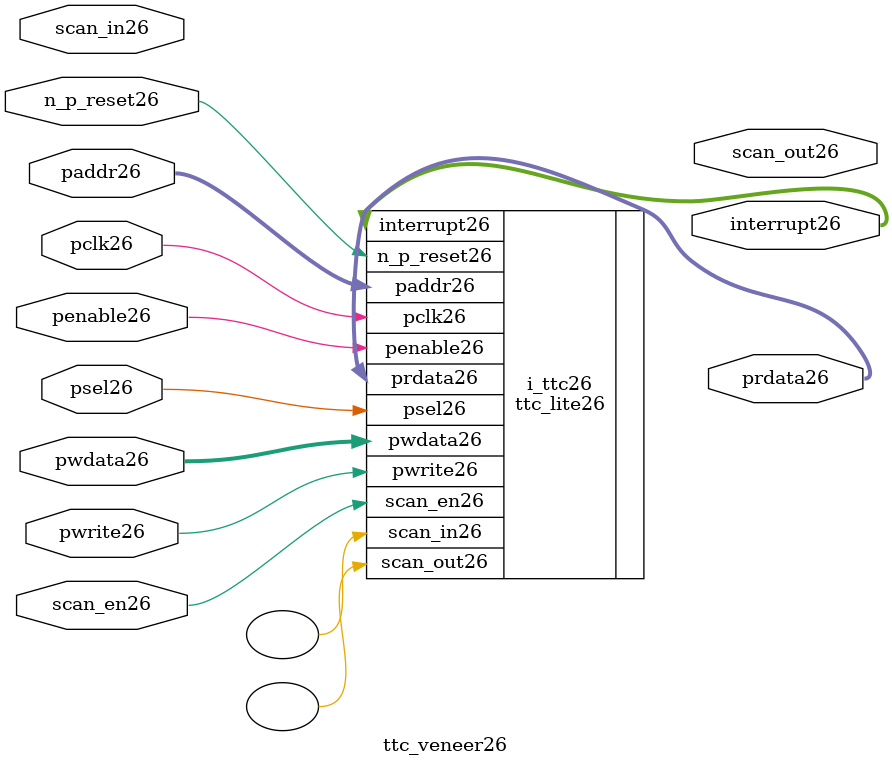
<source format=v>
module ttc_veneer26 (
           
           //inputs26
           n_p_reset26,
           pclk26,
           psel26,
           penable26,
           pwrite26,
           pwdata26,
           paddr26,
           scan_in26,
           scan_en26,

           //outputs26
           prdata26,
           interrupt26,
           scan_out26           

           );


//-----------------------------------------------------------------------------
// PORT DECLARATIONS26
//-----------------------------------------------------------------------------

   input         n_p_reset26;            //System26 Reset26
   input         pclk26;                 //System26 clock26
   input         psel26;                 //Select26 line
   input         penable26;              //Enable26
   input         pwrite26;               //Write line, 1 for write, 0 for read
   input [31:0]  pwdata26;               //Write data
   input [7:0]   paddr26;                //Address Bus26 register
   input         scan_in26;              //Scan26 chain26 input port
   input         scan_en26;              //Scan26 chain26 enable port
   
   output [31:0] prdata26;               //Read Data from the APB26 Interface26
   output [3:1]  interrupt26;            //Interrupt26 from PCI26 
   output        scan_out26;             //Scan26 chain26 output port

//##############################################################################
// if the TTC26 is NOT26 black26 boxed26 
//##############################################################################
`ifndef FV_KIT_BLACK_BOX_TTC26 

ttc_lite26 i_ttc26(

   //inputs26
   .n_p_reset26(n_p_reset26),
   .pclk26(pclk26),
   .psel26(psel26),
   .penable26(penable26),
   .pwrite26(pwrite26),
   .pwdata26(pwdata26),
   .paddr26(paddr26),
   .scan_in26(),
   .scan_en26(scan_en26),

   //outputs26
   .prdata26(prdata26),
   .interrupt26(interrupt26),
   .scan_out26()
);

`else 
//##############################################################################
// if the TTC26 is black26 boxed26 
//##############################################################################

   wire          n_p_reset26;            //System26 Reset26
   wire          pclk26;                 //System26 clock26
   wire          psel26;                 //Select26 line
   wire          penable26;              //Enable26
   wire          pwrite26;               //Write line, 1 for write, 0 for read
   wire  [31:0]  pwdata26;               //Write data
   wire  [7:0]   paddr26;                //Address Bus26 register
   wire          scan_in26;              //Scan26 chain26 wire  port
   wire          scan_en26;              //Scan26 chain26 enable port
   
   reg    [31:0] prdata26;               //Read Data from the APB26 Interface26
   reg    [3:1]  interrupt26;            //Interrupt26 from PCI26 
   reg           scan_out26;             //Scan26 chain26 reg    port

`endif
//##############################################################################
// black26 boxed26 defines26 
//##############################################################################

endmodule

</source>
